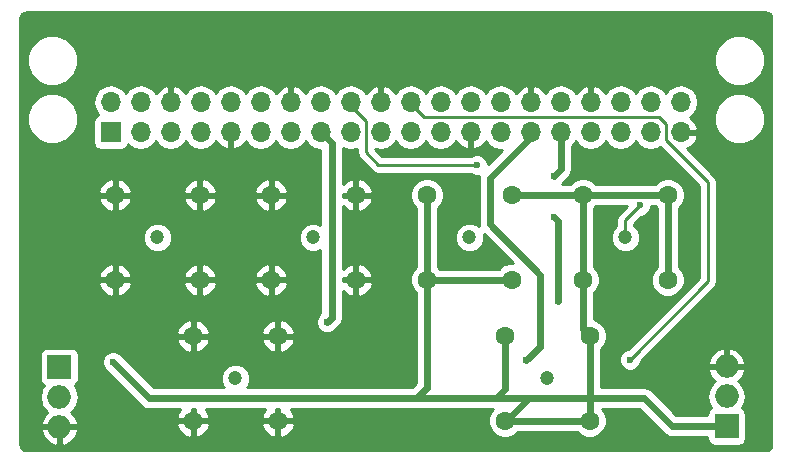
<source format=gbr>
G04 #@! TF.FileFunction,Copper,L2,Bot,Signal*
%FSLAX46Y46*%
G04 Gerber Fmt 4.6, Leading zero omitted, Abs format (unit mm)*
G04 Created by KiCad (PCBNEW 4.0.7) date Wednesday, 28. February 2018 'u13' 15:13:27*
%MOMM*%
%LPD*%
G01*
G04 APERTURE LIST*
%ADD10C,0.100000*%
%ADD11C,1.200000*%
%ADD12C,1.600000*%
%ADD13R,1.700000X1.700000*%
%ADD14O,1.700000X1.700000*%
%ADD15O,1.998980X1.998980*%
%ADD16R,1.998980X1.998980*%
%ADD17C,0.600000*%
%ADD18C,0.610000*%
%ADD19C,0.250000*%
%ADD20C,0.254000*%
G04 APERTURE END LIST*
D10*
D11*
X141732000Y-82804000D03*
D12*
X138139898Y-79211898D03*
X145324102Y-79211898D03*
X138139898Y-86396102D03*
X145324102Y-86396102D03*
D13*
X111360000Y-73893680D03*
D14*
X111360000Y-71353680D03*
X113900000Y-73893680D03*
X113900000Y-71353680D03*
X116440000Y-73893680D03*
X116440000Y-71353680D03*
X118980000Y-73893680D03*
X118980000Y-71353680D03*
X121520000Y-73893680D03*
X121520000Y-71353680D03*
X124060000Y-73893680D03*
X124060000Y-71353680D03*
X126600000Y-73893680D03*
X126600000Y-71353680D03*
X129140000Y-73893680D03*
X129140000Y-71353680D03*
X131680000Y-73893680D03*
X131680000Y-71353680D03*
X134220000Y-73893680D03*
X134220000Y-71353680D03*
X136760000Y-73893680D03*
X136760000Y-71353680D03*
X139300000Y-73893680D03*
X139300000Y-71353680D03*
X141840000Y-73893680D03*
X141840000Y-71353680D03*
X144380000Y-73893680D03*
X144380000Y-71353680D03*
X146920000Y-73893680D03*
X146920000Y-71353680D03*
X149460000Y-73893680D03*
X149460000Y-71353680D03*
X152000000Y-73893680D03*
X152000000Y-71353680D03*
X154540000Y-73893680D03*
X154540000Y-71353680D03*
X157080000Y-73893680D03*
X157080000Y-71353680D03*
X159620000Y-73893680D03*
X159620000Y-71353680D03*
D11*
X115316000Y-82804000D03*
D12*
X111723898Y-79211898D03*
X118908102Y-79211898D03*
X111723898Y-86396102D03*
X118908102Y-86396102D03*
D11*
X128524000Y-82804000D03*
D12*
X124931898Y-79211898D03*
X132116102Y-79211898D03*
X124931898Y-86396102D03*
X132116102Y-86396102D03*
D11*
X121920000Y-94742000D03*
D12*
X118327898Y-91149898D03*
X125512102Y-91149898D03*
X118327898Y-98334102D03*
X125512102Y-98334102D03*
D11*
X154940000Y-82804000D03*
D12*
X151347898Y-79211898D03*
X158532102Y-79211898D03*
X151347898Y-86396102D03*
X158532102Y-86396102D03*
D11*
X148336000Y-94742000D03*
D12*
X144743898Y-91149898D03*
X151928102Y-91149898D03*
X144743898Y-98334102D03*
X151928102Y-98334102D03*
D15*
X163500000Y-93720000D03*
D16*
X163500000Y-98800000D03*
D15*
X163500000Y-96260000D03*
X107010000Y-98850000D03*
D16*
X107010000Y-93770000D03*
D15*
X107010000Y-96310000D03*
D17*
X111560000Y-93350000D03*
X129670000Y-89990000D03*
X156160000Y-80100000D03*
X142380000Y-76670000D03*
X155320000Y-93150000D03*
X146550000Y-93210000D03*
X149200000Y-88180000D03*
X148860000Y-81050000D03*
X148860000Y-77620000D03*
D18*
X163500000Y-98800000D02*
X158870000Y-98800000D01*
X158870000Y-98800000D02*
X156490000Y-96420000D01*
X151347898Y-86396102D02*
X151347898Y-90569694D01*
X151347898Y-90569694D02*
X151928102Y-91149898D01*
X151928102Y-98334102D02*
X151928102Y-91149898D01*
X144743898Y-98334102D02*
X151928102Y-98334102D01*
X138139898Y-86396102D02*
X138139898Y-95520102D01*
X138139898Y-95520102D02*
X137240000Y-96420000D01*
X138139898Y-86396102D02*
X145324102Y-86396102D01*
X138139898Y-79211898D02*
X138139898Y-86396102D01*
X151347898Y-79211898D02*
X145324102Y-79211898D01*
X151347898Y-79211898D02*
X151347898Y-86396102D01*
X158532102Y-79211898D02*
X158532102Y-86396102D01*
X151347898Y-79211898D02*
X158532102Y-79211898D01*
X144743898Y-91149898D02*
X144743898Y-95626102D01*
X144743898Y-95626102D02*
X143950000Y-96420000D01*
X144743898Y-98334102D02*
X144825898Y-98334102D01*
X144825898Y-98334102D02*
X146740000Y-96420000D01*
X111560000Y-93350000D02*
X114630000Y-96420000D01*
X114630000Y-96420000D02*
X137240000Y-96420000D01*
X137240000Y-96420000D02*
X143950000Y-96420000D01*
X143950000Y-96420000D02*
X146740000Y-96420000D01*
X146740000Y-96420000D02*
X156490000Y-96420000D01*
X130060000Y-74813680D02*
X129140000Y-73893680D01*
X130060000Y-89600000D02*
X130060000Y-74813680D01*
X129670000Y-89990000D02*
X130060000Y-89600000D01*
D19*
X129140000Y-71353680D02*
X129140000Y-71480000D01*
D18*
X129140000Y-71353680D02*
X129266320Y-71353680D01*
D19*
X131680000Y-71353680D02*
X131680000Y-71670000D01*
X131680000Y-71670000D02*
X132970000Y-72960000D01*
X154940000Y-81320000D02*
X154940000Y-82804000D01*
X156160000Y-80100000D02*
X154940000Y-81320000D01*
X134030000Y-76670000D02*
X142380000Y-76670000D01*
X132970000Y-75610000D02*
X134030000Y-76670000D01*
X132970000Y-72960000D02*
X132970000Y-75610000D01*
D18*
X154940000Y-82804000D02*
X154940000Y-82610000D01*
D19*
X161940000Y-78120000D02*
X161940000Y-86530000D01*
X137910000Y-72620000D02*
X157780000Y-72620000D01*
X157780000Y-72620000D02*
X158340000Y-73180000D01*
X158340000Y-73180000D02*
X158340000Y-74520000D01*
X158340000Y-74520000D02*
X161940000Y-78120000D01*
X136760000Y-71470000D02*
X137910000Y-72620000D01*
X161940000Y-86530000D02*
X155320000Y-93150000D01*
X136760000Y-71353680D02*
X136760000Y-71470000D01*
D18*
X146920000Y-73893680D02*
X146920000Y-74280000D01*
X146920000Y-74280000D02*
X143440000Y-77760000D01*
X143440000Y-77760000D02*
X143440000Y-81690000D01*
X143440000Y-81690000D02*
X147710000Y-85960000D01*
X147710000Y-85960000D02*
X147710000Y-92050000D01*
X147710000Y-92050000D02*
X146550000Y-93210000D01*
X149460000Y-73893680D02*
X149460000Y-77020000D01*
X149200000Y-81390000D02*
X149200000Y-88180000D01*
X148860000Y-81050000D02*
X149200000Y-81390000D01*
X149460000Y-77020000D02*
X148860000Y-77620000D01*
D20*
G36*
X167010713Y-63767867D02*
X167155434Y-63864566D01*
X167252133Y-64009287D01*
X167299981Y-64249834D01*
X167290025Y-100308403D01*
X167241794Y-100550878D01*
X167145095Y-100695599D01*
X167000374Y-100792298D01*
X166760559Y-100840000D01*
X104239931Y-100840000D01*
X103999287Y-100792133D01*
X103854566Y-100695434D01*
X103757867Y-100550713D01*
X103710000Y-100310069D01*
X103710000Y-99230355D01*
X105420373Y-99230355D01*
X105686932Y-99809726D01*
X106154916Y-100242987D01*
X106629646Y-100439619D01*
X106883000Y-100320265D01*
X106883000Y-98977000D01*
X107137000Y-98977000D01*
X107137000Y-100320265D01*
X107390354Y-100439619D01*
X107865084Y-100242987D01*
X108333068Y-99809726D01*
X108599627Y-99230355D01*
X108480807Y-98977000D01*
X107137000Y-98977000D01*
X106883000Y-98977000D01*
X105539193Y-98977000D01*
X105420373Y-99230355D01*
X103710000Y-99230355D01*
X103710000Y-92770510D01*
X105363070Y-92770510D01*
X105363070Y-94769490D01*
X105407348Y-95004807D01*
X105546420Y-95220931D01*
X105712473Y-95334390D01*
X105499928Y-95652486D01*
X105375510Y-96277978D01*
X105375510Y-96342022D01*
X105499928Y-96967514D01*
X105854241Y-97497781D01*
X106003300Y-97597379D01*
X105686932Y-97890274D01*
X105420373Y-98469645D01*
X105539193Y-98723000D01*
X106883000Y-98723000D01*
X106883000Y-98703000D01*
X107137000Y-98703000D01*
X107137000Y-98723000D01*
X108480807Y-98723000D01*
X108497429Y-98687556D01*
X116908120Y-98687556D01*
X117151455Y-99203976D01*
X117573893Y-99587966D01*
X117974444Y-99753880D01*
X118200898Y-99632268D01*
X118200898Y-98461102D01*
X118454898Y-98461102D01*
X118454898Y-99632268D01*
X118681352Y-99753880D01*
X119197772Y-99510545D01*
X119581762Y-99088107D01*
X119747676Y-98687556D01*
X124092324Y-98687556D01*
X124335659Y-99203976D01*
X124758097Y-99587966D01*
X125158648Y-99753880D01*
X125385102Y-99632268D01*
X125385102Y-98461102D01*
X125639102Y-98461102D01*
X125639102Y-99632268D01*
X125865556Y-99753880D01*
X126381976Y-99510545D01*
X126765966Y-99088107D01*
X126931880Y-98687556D01*
X126810268Y-98461102D01*
X125639102Y-98461102D01*
X125385102Y-98461102D01*
X124213936Y-98461102D01*
X124092324Y-98687556D01*
X119747676Y-98687556D01*
X119626064Y-98461102D01*
X118454898Y-98461102D01*
X118200898Y-98461102D01*
X117029732Y-98461102D01*
X116908120Y-98687556D01*
X108497429Y-98687556D01*
X108599627Y-98469645D01*
X108333068Y-97890274D01*
X108016700Y-97597379D01*
X108165759Y-97497781D01*
X108520072Y-96967514D01*
X108644490Y-96342022D01*
X108644490Y-96277978D01*
X108520072Y-95652486D01*
X108306547Y-95332923D01*
X108460931Y-95233580D01*
X108605921Y-95021380D01*
X108656930Y-94769490D01*
X108656930Y-92770510D01*
X108612652Y-92535193D01*
X108473580Y-92319069D01*
X108261380Y-92174079D01*
X108009490Y-92123070D01*
X106010510Y-92123070D01*
X105775193Y-92167348D01*
X105559069Y-92306420D01*
X105414079Y-92518620D01*
X105363070Y-92770510D01*
X103710000Y-92770510D01*
X103710000Y-91503352D01*
X116908120Y-91503352D01*
X117151455Y-92019772D01*
X117573893Y-92403762D01*
X117974444Y-92569676D01*
X118200898Y-92448064D01*
X118200898Y-91276898D01*
X118454898Y-91276898D01*
X118454898Y-92448064D01*
X118681352Y-92569676D01*
X119197772Y-92326341D01*
X119581762Y-91903903D01*
X119747676Y-91503352D01*
X124092324Y-91503352D01*
X124335659Y-92019772D01*
X124758097Y-92403762D01*
X125158648Y-92569676D01*
X125385102Y-92448064D01*
X125385102Y-91276898D01*
X125639102Y-91276898D01*
X125639102Y-92448064D01*
X125865556Y-92569676D01*
X126381976Y-92326341D01*
X126765966Y-91903903D01*
X126931880Y-91503352D01*
X126810268Y-91276898D01*
X125639102Y-91276898D01*
X125385102Y-91276898D01*
X124213936Y-91276898D01*
X124092324Y-91503352D01*
X119747676Y-91503352D01*
X119626064Y-91276898D01*
X118454898Y-91276898D01*
X118200898Y-91276898D01*
X117029732Y-91276898D01*
X116908120Y-91503352D01*
X103710000Y-91503352D01*
X103710000Y-90796444D01*
X116908120Y-90796444D01*
X117029732Y-91022898D01*
X118200898Y-91022898D01*
X118200898Y-89851732D01*
X118454898Y-89851732D01*
X118454898Y-91022898D01*
X119626064Y-91022898D01*
X119747676Y-90796444D01*
X124092324Y-90796444D01*
X124213936Y-91022898D01*
X125385102Y-91022898D01*
X125385102Y-89851732D01*
X125639102Y-89851732D01*
X125639102Y-91022898D01*
X126810268Y-91022898D01*
X126931880Y-90796444D01*
X126688545Y-90280024D01*
X126266107Y-89896034D01*
X125865556Y-89730120D01*
X125639102Y-89851732D01*
X125385102Y-89851732D01*
X125158648Y-89730120D01*
X124642228Y-89973455D01*
X124258238Y-90395893D01*
X124092324Y-90796444D01*
X119747676Y-90796444D01*
X119504341Y-90280024D01*
X119081903Y-89896034D01*
X118681352Y-89730120D01*
X118454898Y-89851732D01*
X118200898Y-89851732D01*
X117974444Y-89730120D01*
X117458024Y-89973455D01*
X117074034Y-90395893D01*
X116908120Y-90796444D01*
X103710000Y-90796444D01*
X103710000Y-86749556D01*
X110304120Y-86749556D01*
X110547455Y-87265976D01*
X110969893Y-87649966D01*
X111370444Y-87815880D01*
X111596898Y-87694268D01*
X111596898Y-86523102D01*
X111850898Y-86523102D01*
X111850898Y-87694268D01*
X112077352Y-87815880D01*
X112593772Y-87572545D01*
X112977762Y-87150107D01*
X113143676Y-86749556D01*
X117488324Y-86749556D01*
X117731659Y-87265976D01*
X118154097Y-87649966D01*
X118554648Y-87815880D01*
X118781102Y-87694268D01*
X118781102Y-86523102D01*
X119035102Y-86523102D01*
X119035102Y-87694268D01*
X119261556Y-87815880D01*
X119777976Y-87572545D01*
X120161966Y-87150107D01*
X120327880Y-86749556D01*
X123512120Y-86749556D01*
X123755455Y-87265976D01*
X124177893Y-87649966D01*
X124578444Y-87815880D01*
X124804898Y-87694268D01*
X124804898Y-86523102D01*
X125058898Y-86523102D01*
X125058898Y-87694268D01*
X125285352Y-87815880D01*
X125801772Y-87572545D01*
X126185762Y-87150107D01*
X126351676Y-86749556D01*
X126230064Y-86523102D01*
X125058898Y-86523102D01*
X124804898Y-86523102D01*
X123633732Y-86523102D01*
X123512120Y-86749556D01*
X120327880Y-86749556D01*
X120206268Y-86523102D01*
X119035102Y-86523102D01*
X118781102Y-86523102D01*
X117609936Y-86523102D01*
X117488324Y-86749556D01*
X113143676Y-86749556D01*
X113022064Y-86523102D01*
X111850898Y-86523102D01*
X111596898Y-86523102D01*
X110425732Y-86523102D01*
X110304120Y-86749556D01*
X103710000Y-86749556D01*
X103710000Y-86042648D01*
X110304120Y-86042648D01*
X110425732Y-86269102D01*
X111596898Y-86269102D01*
X111596898Y-85097936D01*
X111850898Y-85097936D01*
X111850898Y-86269102D01*
X113022064Y-86269102D01*
X113143676Y-86042648D01*
X117488324Y-86042648D01*
X117609936Y-86269102D01*
X118781102Y-86269102D01*
X118781102Y-85097936D01*
X119035102Y-85097936D01*
X119035102Y-86269102D01*
X120206268Y-86269102D01*
X120327880Y-86042648D01*
X123512120Y-86042648D01*
X123633732Y-86269102D01*
X124804898Y-86269102D01*
X124804898Y-85097936D01*
X125058898Y-85097936D01*
X125058898Y-86269102D01*
X126230064Y-86269102D01*
X126351676Y-86042648D01*
X126108341Y-85526228D01*
X125685903Y-85142238D01*
X125285352Y-84976324D01*
X125058898Y-85097936D01*
X124804898Y-85097936D01*
X124578444Y-84976324D01*
X124062024Y-85219659D01*
X123678034Y-85642097D01*
X123512120Y-86042648D01*
X120327880Y-86042648D01*
X120084545Y-85526228D01*
X119662107Y-85142238D01*
X119261556Y-84976324D01*
X119035102Y-85097936D01*
X118781102Y-85097936D01*
X118554648Y-84976324D01*
X118038228Y-85219659D01*
X117654238Y-85642097D01*
X117488324Y-86042648D01*
X113143676Y-86042648D01*
X112900341Y-85526228D01*
X112477903Y-85142238D01*
X112077352Y-84976324D01*
X111850898Y-85097936D01*
X111596898Y-85097936D01*
X111370444Y-84976324D01*
X110854024Y-85219659D01*
X110470034Y-85642097D01*
X110304120Y-86042648D01*
X103710000Y-86042648D01*
X103710000Y-83048579D01*
X114080786Y-83048579D01*
X114268408Y-83502657D01*
X114615515Y-83850371D01*
X115069266Y-84038785D01*
X115560579Y-84039214D01*
X116014657Y-83851592D01*
X116362371Y-83504485D01*
X116550785Y-83050734D01*
X116551214Y-82559421D01*
X116363592Y-82105343D01*
X116016485Y-81757629D01*
X115562734Y-81569215D01*
X115071421Y-81568786D01*
X114617343Y-81756408D01*
X114269629Y-82103515D01*
X114081215Y-82557266D01*
X114080786Y-83048579D01*
X103710000Y-83048579D01*
X103710000Y-79565352D01*
X110304120Y-79565352D01*
X110547455Y-80081772D01*
X110969893Y-80465762D01*
X111370444Y-80631676D01*
X111596898Y-80510064D01*
X111596898Y-79338898D01*
X111850898Y-79338898D01*
X111850898Y-80510064D01*
X112077352Y-80631676D01*
X112593772Y-80388341D01*
X112977762Y-79965903D01*
X113143676Y-79565352D01*
X117488324Y-79565352D01*
X117731659Y-80081772D01*
X118154097Y-80465762D01*
X118554648Y-80631676D01*
X118781102Y-80510064D01*
X118781102Y-79338898D01*
X119035102Y-79338898D01*
X119035102Y-80510064D01*
X119261556Y-80631676D01*
X119777976Y-80388341D01*
X120161966Y-79965903D01*
X120327880Y-79565352D01*
X123512120Y-79565352D01*
X123755455Y-80081772D01*
X124177893Y-80465762D01*
X124578444Y-80631676D01*
X124804898Y-80510064D01*
X124804898Y-79338898D01*
X125058898Y-79338898D01*
X125058898Y-80510064D01*
X125285352Y-80631676D01*
X125801772Y-80388341D01*
X126185762Y-79965903D01*
X126351676Y-79565352D01*
X126230064Y-79338898D01*
X125058898Y-79338898D01*
X124804898Y-79338898D01*
X123633732Y-79338898D01*
X123512120Y-79565352D01*
X120327880Y-79565352D01*
X120206268Y-79338898D01*
X119035102Y-79338898D01*
X118781102Y-79338898D01*
X117609936Y-79338898D01*
X117488324Y-79565352D01*
X113143676Y-79565352D01*
X113022064Y-79338898D01*
X111850898Y-79338898D01*
X111596898Y-79338898D01*
X110425732Y-79338898D01*
X110304120Y-79565352D01*
X103710000Y-79565352D01*
X103710000Y-78858444D01*
X110304120Y-78858444D01*
X110425732Y-79084898D01*
X111596898Y-79084898D01*
X111596898Y-77913732D01*
X111850898Y-77913732D01*
X111850898Y-79084898D01*
X113022064Y-79084898D01*
X113143676Y-78858444D01*
X117488324Y-78858444D01*
X117609936Y-79084898D01*
X118781102Y-79084898D01*
X118781102Y-77913732D01*
X119035102Y-77913732D01*
X119035102Y-79084898D01*
X120206268Y-79084898D01*
X120327880Y-78858444D01*
X123512120Y-78858444D01*
X123633732Y-79084898D01*
X124804898Y-79084898D01*
X124804898Y-77913732D01*
X125058898Y-77913732D01*
X125058898Y-79084898D01*
X126230064Y-79084898D01*
X126351676Y-78858444D01*
X126108341Y-78342024D01*
X125685903Y-77958034D01*
X125285352Y-77792120D01*
X125058898Y-77913732D01*
X124804898Y-77913732D01*
X124578444Y-77792120D01*
X124062024Y-78035455D01*
X123678034Y-78457893D01*
X123512120Y-78858444D01*
X120327880Y-78858444D01*
X120084545Y-78342024D01*
X119662107Y-77958034D01*
X119261556Y-77792120D01*
X119035102Y-77913732D01*
X118781102Y-77913732D01*
X118554648Y-77792120D01*
X118038228Y-78035455D01*
X117654238Y-78457893D01*
X117488324Y-78858444D01*
X113143676Y-78858444D01*
X112900341Y-78342024D01*
X112477903Y-77958034D01*
X112077352Y-77792120D01*
X111850898Y-77913732D01*
X111596898Y-77913732D01*
X111370444Y-77792120D01*
X110854024Y-78035455D01*
X110470034Y-78457893D01*
X110304120Y-78858444D01*
X103710000Y-78858444D01*
X103710000Y-73161815D01*
X104290630Y-73161815D01*
X104614980Y-73946800D01*
X105215041Y-74547909D01*
X105999459Y-74873628D01*
X106848815Y-74874370D01*
X107633800Y-74550020D01*
X108234909Y-73949959D01*
X108560628Y-73165541D01*
X108560734Y-73043680D01*
X109862560Y-73043680D01*
X109862560Y-74743680D01*
X109906838Y-74978997D01*
X110045910Y-75195121D01*
X110258110Y-75340111D01*
X110510000Y-75391120D01*
X112210000Y-75391120D01*
X112445317Y-75346842D01*
X112661441Y-75207770D01*
X112806431Y-74995570D01*
X112820086Y-74928139D01*
X112849946Y-74972827D01*
X113331715Y-75294734D01*
X113900000Y-75407773D01*
X114468285Y-75294734D01*
X114950054Y-74972827D01*
X115170000Y-74643654D01*
X115389946Y-74972827D01*
X115871715Y-75294734D01*
X116440000Y-75407773D01*
X117008285Y-75294734D01*
X117490054Y-74972827D01*
X117710000Y-74643654D01*
X117929946Y-74972827D01*
X118411715Y-75294734D01*
X118980000Y-75407773D01*
X119548285Y-75294734D01*
X120030054Y-74972827D01*
X120257702Y-74632127D01*
X120324817Y-74775038D01*
X120753076Y-75165325D01*
X121163110Y-75335156D01*
X121393000Y-75213835D01*
X121393000Y-74020680D01*
X121373000Y-74020680D01*
X121373000Y-73766680D01*
X121393000Y-73766680D01*
X121393000Y-73746680D01*
X121647000Y-73746680D01*
X121647000Y-73766680D01*
X121667000Y-73766680D01*
X121667000Y-74020680D01*
X121647000Y-74020680D01*
X121647000Y-75213835D01*
X121876890Y-75335156D01*
X122286924Y-75165325D01*
X122715183Y-74775038D01*
X122782298Y-74632127D01*
X123009946Y-74972827D01*
X123491715Y-75294734D01*
X124060000Y-75407773D01*
X124628285Y-75294734D01*
X125110054Y-74972827D01*
X125330000Y-74643654D01*
X125549946Y-74972827D01*
X126031715Y-75294734D01*
X126600000Y-75407773D01*
X127168285Y-75294734D01*
X127650054Y-74972827D01*
X127870000Y-74643654D01*
X128089946Y-74972827D01*
X128571715Y-75294734D01*
X129120000Y-75403795D01*
X129120000Y-81714243D01*
X128770734Y-81569215D01*
X128279421Y-81568786D01*
X127825343Y-81756408D01*
X127477629Y-82103515D01*
X127289215Y-82557266D01*
X127288786Y-83048579D01*
X127476408Y-83502657D01*
X127823515Y-83850371D01*
X128277266Y-84038785D01*
X128768579Y-84039214D01*
X129120000Y-83894009D01*
X129120000Y-89210640D01*
X129005320Y-89325320D01*
X128991146Y-89346532D01*
X128877808Y-89459673D01*
X128815854Y-89608874D01*
X128801553Y-89630277D01*
X128796575Y-89655302D01*
X128735162Y-89803201D01*
X128735021Y-89964761D01*
X128730001Y-89990000D01*
X128734977Y-90015019D01*
X128734838Y-90175167D01*
X128796531Y-90324476D01*
X128801553Y-90349723D01*
X128815729Y-90370939D01*
X128876883Y-90518943D01*
X128991021Y-90633281D01*
X129005320Y-90654680D01*
X129026532Y-90668854D01*
X129139673Y-90782192D01*
X129288874Y-90844146D01*
X129310277Y-90858447D01*
X129335302Y-90863425D01*
X129483201Y-90924838D01*
X129644761Y-90924979D01*
X129670000Y-90929999D01*
X129695019Y-90925023D01*
X129855167Y-90925162D01*
X130004476Y-90863469D01*
X130029723Y-90858447D01*
X130050939Y-90844271D01*
X130198943Y-90783117D01*
X130313281Y-90668979D01*
X130334680Y-90654680D01*
X130724680Y-90264681D01*
X130928446Y-89959723D01*
X130928447Y-89959722D01*
X131000000Y-89600000D01*
X131000000Y-87320825D01*
X131362097Y-87649966D01*
X131762648Y-87815880D01*
X131989102Y-87694268D01*
X131989102Y-86523102D01*
X132243102Y-86523102D01*
X132243102Y-87694268D01*
X132469556Y-87815880D01*
X132985976Y-87572545D01*
X133369966Y-87150107D01*
X133535880Y-86749556D01*
X133414268Y-86523102D01*
X132243102Y-86523102D01*
X131989102Y-86523102D01*
X131000000Y-86523102D01*
X131000000Y-86269102D01*
X131989102Y-86269102D01*
X131989102Y-85097936D01*
X132243102Y-85097936D01*
X132243102Y-86269102D01*
X133414268Y-86269102D01*
X133535880Y-86042648D01*
X133292545Y-85526228D01*
X132870107Y-85142238D01*
X132469556Y-84976324D01*
X132243102Y-85097936D01*
X131989102Y-85097936D01*
X131762648Y-84976324D01*
X131246228Y-85219659D01*
X131000000Y-85490541D01*
X131000000Y-80136621D01*
X131362097Y-80465762D01*
X131762648Y-80631676D01*
X131989102Y-80510064D01*
X131989102Y-79338898D01*
X132243102Y-79338898D01*
X132243102Y-80510064D01*
X132469556Y-80631676D01*
X132985976Y-80388341D01*
X133369966Y-79965903D01*
X133535880Y-79565352D01*
X133414268Y-79338898D01*
X132243102Y-79338898D01*
X131989102Y-79338898D01*
X131000000Y-79338898D01*
X131000000Y-79084898D01*
X131989102Y-79084898D01*
X131989102Y-77913732D01*
X132243102Y-77913732D01*
X132243102Y-79084898D01*
X133414268Y-79084898D01*
X133535880Y-78858444D01*
X133292545Y-78342024D01*
X132870107Y-77958034D01*
X132469556Y-77792120D01*
X132243102Y-77913732D01*
X131989102Y-77913732D01*
X131762648Y-77792120D01*
X131246228Y-78035455D01*
X131000000Y-78306337D01*
X131000000Y-75220089D01*
X131111715Y-75294734D01*
X131680000Y-75407773D01*
X132210000Y-75302349D01*
X132210000Y-75610000D01*
X132267852Y-75900839D01*
X132432599Y-76147401D01*
X133492599Y-77207401D01*
X133739160Y-77372148D01*
X134030000Y-77430000D01*
X141817537Y-77430000D01*
X141849673Y-77462192D01*
X142193201Y-77604838D01*
X142530805Y-77605132D01*
X142500000Y-77760000D01*
X142500000Y-81690000D01*
X142530273Y-81842192D01*
X142533601Y-81858922D01*
X142432485Y-81757629D01*
X141978734Y-81569215D01*
X141487421Y-81568786D01*
X141033343Y-81756408D01*
X140685629Y-82103515D01*
X140497215Y-82557266D01*
X140496786Y-83048579D01*
X140684408Y-83502657D01*
X141031515Y-83850371D01*
X141485266Y-84038785D01*
X141976579Y-84039214D01*
X142430657Y-83851592D01*
X142778371Y-83504485D01*
X142966785Y-83050734D01*
X142967214Y-82559421D01*
X142958168Y-82537528D01*
X145381792Y-84961152D01*
X145039915Y-84960854D01*
X144512302Y-85178859D01*
X144234575Y-85456102D01*
X139229164Y-85456102D01*
X139079898Y-85306575D01*
X139079898Y-80301164D01*
X139355722Y-80025821D01*
X139574648Y-79498589D01*
X139575146Y-78927711D01*
X139357141Y-78400098D01*
X138953821Y-77996074D01*
X138426589Y-77777148D01*
X137855711Y-77776650D01*
X137328098Y-77994655D01*
X136924074Y-78397975D01*
X136705148Y-78925207D01*
X136704650Y-79496085D01*
X136922655Y-80023698D01*
X137199898Y-80301425D01*
X137199898Y-85306836D01*
X136924074Y-85582179D01*
X136705148Y-86109411D01*
X136704650Y-86680289D01*
X136922655Y-87207902D01*
X137199898Y-87485629D01*
X137199898Y-95130742D01*
X136850640Y-95480000D01*
X122928790Y-95480000D01*
X122966371Y-95442485D01*
X123154785Y-94988734D01*
X123155214Y-94497421D01*
X122967592Y-94043343D01*
X122620485Y-93695629D01*
X122166734Y-93507215D01*
X121675421Y-93506786D01*
X121221343Y-93694408D01*
X120873629Y-94041515D01*
X120685215Y-94495266D01*
X120684786Y-94986579D01*
X120872408Y-95440657D01*
X120911682Y-95480000D01*
X115019361Y-95480000D01*
X112224680Y-92685320D01*
X112203468Y-92671146D01*
X112090327Y-92557808D01*
X111941126Y-92495854D01*
X111919723Y-92481553D01*
X111894698Y-92476575D01*
X111746799Y-92415162D01*
X111585239Y-92415021D01*
X111560000Y-92410001D01*
X111534981Y-92414977D01*
X111374833Y-92414838D01*
X111225524Y-92476531D01*
X111200277Y-92481553D01*
X111179061Y-92495729D01*
X111031057Y-92556883D01*
X110916719Y-92671021D01*
X110895320Y-92685320D01*
X110881146Y-92706532D01*
X110767808Y-92819673D01*
X110705854Y-92968874D01*
X110691553Y-92990277D01*
X110686575Y-93015302D01*
X110625162Y-93163201D01*
X110625021Y-93324761D01*
X110620001Y-93350000D01*
X110624977Y-93375019D01*
X110624838Y-93535167D01*
X110686531Y-93684476D01*
X110691553Y-93709723D01*
X110705729Y-93730939D01*
X110766883Y-93878943D01*
X110881021Y-93993281D01*
X110895320Y-94014680D01*
X113965320Y-97084681D01*
X114270277Y-97288447D01*
X114630000Y-97360000D01*
X117236364Y-97360000D01*
X117205276Y-97391088D01*
X117226525Y-97412337D01*
X117074034Y-97580097D01*
X116908120Y-97980648D01*
X117029732Y-98207102D01*
X118021290Y-98207102D01*
X118134149Y-98319961D01*
X118313757Y-98140353D01*
X118200898Y-98027494D01*
X118200898Y-97360000D01*
X118454898Y-97360000D01*
X118454898Y-98027494D01*
X118342039Y-98140353D01*
X118521647Y-98319961D01*
X118634506Y-98207102D01*
X119626064Y-98207102D01*
X119747676Y-97980648D01*
X119504341Y-97464228D01*
X119437834Y-97403774D01*
X119450520Y-97391088D01*
X119419432Y-97360000D01*
X124420568Y-97360000D01*
X124389480Y-97391088D01*
X124410729Y-97412337D01*
X124258238Y-97580097D01*
X124092324Y-97980648D01*
X124213936Y-98207102D01*
X125205494Y-98207102D01*
X125318353Y-98319961D01*
X125497961Y-98140353D01*
X125385102Y-98027494D01*
X125385102Y-97360000D01*
X125639102Y-97360000D01*
X125639102Y-98027494D01*
X125526243Y-98140353D01*
X125705851Y-98319961D01*
X125818710Y-98207102D01*
X126810268Y-98207102D01*
X126931880Y-97980648D01*
X126688545Y-97464228D01*
X126622038Y-97403774D01*
X126634724Y-97391088D01*
X126603636Y-97360000D01*
X143688533Y-97360000D01*
X143528074Y-97520179D01*
X143309148Y-98047411D01*
X143308650Y-98618289D01*
X143526655Y-99145902D01*
X143929975Y-99549926D01*
X144457207Y-99768852D01*
X145028085Y-99769350D01*
X145555698Y-99551345D01*
X145833425Y-99274102D01*
X150838836Y-99274102D01*
X151114179Y-99549926D01*
X151641411Y-99768852D01*
X152212289Y-99769350D01*
X152739902Y-99551345D01*
X153143926Y-99148025D01*
X153362852Y-98620793D01*
X153363350Y-98049915D01*
X153145345Y-97522302D01*
X152983326Y-97360000D01*
X156100640Y-97360000D01*
X158205319Y-99464680D01*
X158332899Y-99549926D01*
X158510278Y-99668447D01*
X158870000Y-99740000D01*
X161853070Y-99740000D01*
X161853070Y-99799490D01*
X161897348Y-100034807D01*
X162036420Y-100250931D01*
X162248620Y-100395921D01*
X162500510Y-100446930D01*
X164499490Y-100446930D01*
X164734807Y-100402652D01*
X164950931Y-100263580D01*
X165095921Y-100051380D01*
X165146930Y-99799490D01*
X165146930Y-97800510D01*
X165102652Y-97565193D01*
X164963580Y-97349069D01*
X164797527Y-97235610D01*
X165010072Y-96917514D01*
X165134490Y-96292022D01*
X165134490Y-96227978D01*
X165010072Y-95602486D01*
X164655759Y-95072219D01*
X164506700Y-94972621D01*
X164823068Y-94679726D01*
X165089627Y-94100355D01*
X164970807Y-93847000D01*
X163627000Y-93847000D01*
X163627000Y-93867000D01*
X163373000Y-93867000D01*
X163373000Y-93847000D01*
X162029193Y-93847000D01*
X161910373Y-94100355D01*
X162176932Y-94679726D01*
X162493300Y-94972621D01*
X162344241Y-95072219D01*
X161989928Y-95602486D01*
X161865510Y-96227978D01*
X161865510Y-96292022D01*
X161989928Y-96917514D01*
X162203453Y-97237077D01*
X162049069Y-97336420D01*
X161904079Y-97548620D01*
X161853070Y-97800510D01*
X161853070Y-97860000D01*
X159259361Y-97860000D01*
X157154680Y-95755320D01*
X156849723Y-95551553D01*
X156790041Y-95539682D01*
X156490000Y-95480000D01*
X152868102Y-95480000D01*
X152868102Y-92239164D01*
X153143926Y-91963821D01*
X153362852Y-91436589D01*
X153363350Y-90865711D01*
X153145345Y-90338098D01*
X152742025Y-89934074D01*
X152287898Y-89745504D01*
X152287898Y-87485368D01*
X152563722Y-87210025D01*
X152782648Y-86682793D01*
X152783146Y-86111915D01*
X152565141Y-85584302D01*
X152287898Y-85306575D01*
X152287898Y-80301164D01*
X152437425Y-80151898D01*
X155033300Y-80151898D01*
X154402599Y-80782599D01*
X154237852Y-81029161D01*
X154180000Y-81320000D01*
X154180000Y-81817644D01*
X153893629Y-82103515D01*
X153705215Y-82557266D01*
X153704786Y-83048579D01*
X153892408Y-83502657D01*
X154239515Y-83850371D01*
X154693266Y-84038785D01*
X155184579Y-84039214D01*
X155638657Y-83851592D01*
X155986371Y-83504485D01*
X156174785Y-83050734D01*
X156175214Y-82559421D01*
X155987592Y-82105343D01*
X155700000Y-81817248D01*
X155700000Y-81634802D01*
X156299680Y-81035122D01*
X156345167Y-81035162D01*
X156688943Y-80893117D01*
X156952192Y-80630327D01*
X157094838Y-80286799D01*
X157094956Y-80151898D01*
X157442836Y-80151898D01*
X157592102Y-80301425D01*
X157592102Y-85306836D01*
X157316278Y-85582179D01*
X157097352Y-86109411D01*
X157096854Y-86680289D01*
X157314859Y-87207902D01*
X157718179Y-87611926D01*
X158245411Y-87830852D01*
X158816289Y-87831350D01*
X159343902Y-87613345D01*
X159747926Y-87210025D01*
X159966852Y-86682793D01*
X159967350Y-86111915D01*
X159749345Y-85584302D01*
X159472102Y-85306575D01*
X159472102Y-80301164D01*
X159747926Y-80025821D01*
X159966852Y-79498589D01*
X159967350Y-78927711D01*
X159749345Y-78400098D01*
X159346025Y-77996074D01*
X158818793Y-77777148D01*
X158247915Y-77776650D01*
X157720302Y-77994655D01*
X157442575Y-78271898D01*
X152437164Y-78271898D01*
X152161821Y-77996074D01*
X151634589Y-77777148D01*
X151063711Y-77776650D01*
X150536098Y-77994655D01*
X150258371Y-78271898D01*
X149537462Y-78271898D01*
X150124680Y-77684680D01*
X150328447Y-77379723D01*
X150352206Y-77260277D01*
X150400000Y-77020000D01*
X150400000Y-75046363D01*
X150510054Y-74972827D01*
X150730000Y-74643654D01*
X150949946Y-74972827D01*
X151431715Y-75294734D01*
X152000000Y-75407773D01*
X152568285Y-75294734D01*
X153050054Y-74972827D01*
X153270000Y-74643654D01*
X153489946Y-74972827D01*
X153971715Y-75294734D01*
X154540000Y-75407773D01*
X155108285Y-75294734D01*
X155590054Y-74972827D01*
X155810000Y-74643654D01*
X156029946Y-74972827D01*
X156511715Y-75294734D01*
X157080000Y-75407773D01*
X157648285Y-75294734D01*
X157883060Y-75137862D01*
X161180000Y-78434802D01*
X161180000Y-86215198D01*
X155180320Y-92214878D01*
X155134833Y-92214838D01*
X154791057Y-92356883D01*
X154527808Y-92619673D01*
X154385162Y-92963201D01*
X154384838Y-93335167D01*
X154526883Y-93678943D01*
X154789673Y-93942192D01*
X155133201Y-94084838D01*
X155505167Y-94085162D01*
X155848943Y-93943117D01*
X156112192Y-93680327D01*
X156253656Y-93339645D01*
X161910373Y-93339645D01*
X162029193Y-93593000D01*
X163373000Y-93593000D01*
X163373000Y-92249735D01*
X163627000Y-92249735D01*
X163627000Y-93593000D01*
X164970807Y-93593000D01*
X165089627Y-93339645D01*
X164823068Y-92760274D01*
X164355084Y-92327013D01*
X163880354Y-92130381D01*
X163627000Y-92249735D01*
X163373000Y-92249735D01*
X163119646Y-92130381D01*
X162644916Y-92327013D01*
X162176932Y-92760274D01*
X161910373Y-93339645D01*
X156253656Y-93339645D01*
X156254838Y-93336799D01*
X156254879Y-93289923D01*
X162477401Y-87067401D01*
X162642148Y-86820839D01*
X162700000Y-86530000D01*
X162700000Y-78120000D01*
X162642148Y-77829161D01*
X162477401Y-77582599D01*
X160155839Y-75261037D01*
X160386924Y-75165325D01*
X160815183Y-74775038D01*
X161061486Y-74250572D01*
X160940819Y-74020680D01*
X159747000Y-74020680D01*
X159747000Y-74040680D01*
X159493000Y-74040680D01*
X159493000Y-74020680D01*
X159473000Y-74020680D01*
X159473000Y-73766680D01*
X159493000Y-73766680D01*
X159493000Y-73746680D01*
X159747000Y-73746680D01*
X159747000Y-73766680D01*
X160940819Y-73766680D01*
X161061486Y-73536788D01*
X160885389Y-73161815D01*
X162456630Y-73161815D01*
X162780980Y-73946800D01*
X163381041Y-74547909D01*
X164165459Y-74873628D01*
X165014815Y-74874370D01*
X165799800Y-74550020D01*
X166400909Y-73949959D01*
X166726628Y-73165541D01*
X166727370Y-72316185D01*
X166403020Y-71531200D01*
X165802959Y-70930091D01*
X165018541Y-70604372D01*
X164169185Y-70603630D01*
X163384200Y-70927980D01*
X162783091Y-71528041D01*
X162457372Y-72312459D01*
X162456630Y-73161815D01*
X160885389Y-73161815D01*
X160815183Y-73012322D01*
X160386924Y-72622035D01*
X160386899Y-72622025D01*
X160670054Y-72432827D01*
X160991961Y-71951058D01*
X161105000Y-71382773D01*
X161105000Y-71324587D01*
X160991961Y-70756302D01*
X160670054Y-70274533D01*
X160188285Y-69952626D01*
X159620000Y-69839587D01*
X159051715Y-69952626D01*
X158569946Y-70274533D01*
X158350000Y-70603706D01*
X158130054Y-70274533D01*
X157648285Y-69952626D01*
X157080000Y-69839587D01*
X156511715Y-69952626D01*
X156029946Y-70274533D01*
X155810000Y-70603706D01*
X155590054Y-70274533D01*
X155108285Y-69952626D01*
X154540000Y-69839587D01*
X153971715Y-69952626D01*
X153489946Y-70274533D01*
X153262298Y-70615233D01*
X153195183Y-70472322D01*
X152766924Y-70082035D01*
X152356890Y-69912204D01*
X152127000Y-70033525D01*
X152127000Y-71226680D01*
X152147000Y-71226680D01*
X152147000Y-71480680D01*
X152127000Y-71480680D01*
X152127000Y-71500680D01*
X151873000Y-71500680D01*
X151873000Y-71480680D01*
X151853000Y-71480680D01*
X151853000Y-71226680D01*
X151873000Y-71226680D01*
X151873000Y-70033525D01*
X151643110Y-69912204D01*
X151233076Y-70082035D01*
X150804817Y-70472322D01*
X150737702Y-70615233D01*
X150510054Y-70274533D01*
X150028285Y-69952626D01*
X149460000Y-69839587D01*
X148891715Y-69952626D01*
X148409946Y-70274533D01*
X148182298Y-70615233D01*
X148115183Y-70472322D01*
X147686924Y-70082035D01*
X147276890Y-69912204D01*
X147047000Y-70033525D01*
X147047000Y-71226680D01*
X147067000Y-71226680D01*
X147067000Y-71480680D01*
X147047000Y-71480680D01*
X147047000Y-71500680D01*
X146793000Y-71500680D01*
X146793000Y-71480680D01*
X146773000Y-71480680D01*
X146773000Y-71226680D01*
X146793000Y-71226680D01*
X146793000Y-70033525D01*
X146563110Y-69912204D01*
X146153076Y-70082035D01*
X145724817Y-70472322D01*
X145657702Y-70615233D01*
X145430054Y-70274533D01*
X144948285Y-69952626D01*
X144380000Y-69839587D01*
X143811715Y-69952626D01*
X143329946Y-70274533D01*
X143110000Y-70603706D01*
X142890054Y-70274533D01*
X142408285Y-69952626D01*
X141840000Y-69839587D01*
X141271715Y-69952626D01*
X140789946Y-70274533D01*
X140570000Y-70603706D01*
X140350054Y-70274533D01*
X139868285Y-69952626D01*
X139300000Y-69839587D01*
X138731715Y-69952626D01*
X138249946Y-70274533D01*
X138030000Y-70603706D01*
X137810054Y-70274533D01*
X137328285Y-69952626D01*
X136760000Y-69839587D01*
X136191715Y-69952626D01*
X135709946Y-70274533D01*
X135482298Y-70615233D01*
X135415183Y-70472322D01*
X134986924Y-70082035D01*
X134576890Y-69912204D01*
X134347000Y-70033525D01*
X134347000Y-71226680D01*
X134367000Y-71226680D01*
X134367000Y-71480680D01*
X134347000Y-71480680D01*
X134347000Y-71500680D01*
X134093000Y-71500680D01*
X134093000Y-71480680D01*
X134073000Y-71480680D01*
X134073000Y-71226680D01*
X134093000Y-71226680D01*
X134093000Y-70033525D01*
X133863110Y-69912204D01*
X133453076Y-70082035D01*
X133024817Y-70472322D01*
X132957702Y-70615233D01*
X132730054Y-70274533D01*
X132248285Y-69952626D01*
X131680000Y-69839587D01*
X131111715Y-69952626D01*
X130629946Y-70274533D01*
X130410000Y-70603706D01*
X130190054Y-70274533D01*
X129708285Y-69952626D01*
X129140000Y-69839587D01*
X128571715Y-69952626D01*
X128089946Y-70274533D01*
X127862298Y-70615233D01*
X127795183Y-70472322D01*
X127366924Y-70082035D01*
X126956890Y-69912204D01*
X126727000Y-70033525D01*
X126727000Y-71226680D01*
X126747000Y-71226680D01*
X126747000Y-71480680D01*
X126727000Y-71480680D01*
X126727000Y-71500680D01*
X126473000Y-71500680D01*
X126473000Y-71480680D01*
X126453000Y-71480680D01*
X126453000Y-71226680D01*
X126473000Y-71226680D01*
X126473000Y-70033525D01*
X126243110Y-69912204D01*
X125833076Y-70082035D01*
X125404817Y-70472322D01*
X125337702Y-70615233D01*
X125110054Y-70274533D01*
X124628285Y-69952626D01*
X124060000Y-69839587D01*
X123491715Y-69952626D01*
X123009946Y-70274533D01*
X122790000Y-70603706D01*
X122570054Y-70274533D01*
X122088285Y-69952626D01*
X121520000Y-69839587D01*
X120951715Y-69952626D01*
X120469946Y-70274533D01*
X120250000Y-70603706D01*
X120030054Y-70274533D01*
X119548285Y-69952626D01*
X118980000Y-69839587D01*
X118411715Y-69952626D01*
X117929946Y-70274533D01*
X117702298Y-70615233D01*
X117635183Y-70472322D01*
X117206924Y-70082035D01*
X116796890Y-69912204D01*
X116567000Y-70033525D01*
X116567000Y-71226680D01*
X116587000Y-71226680D01*
X116587000Y-71480680D01*
X116567000Y-71480680D01*
X116567000Y-71500680D01*
X116313000Y-71500680D01*
X116313000Y-71480680D01*
X116293000Y-71480680D01*
X116293000Y-71226680D01*
X116313000Y-71226680D01*
X116313000Y-70033525D01*
X116083110Y-69912204D01*
X115673076Y-70082035D01*
X115244817Y-70472322D01*
X115177702Y-70615233D01*
X114950054Y-70274533D01*
X114468285Y-69952626D01*
X113900000Y-69839587D01*
X113331715Y-69952626D01*
X112849946Y-70274533D01*
X112630000Y-70603706D01*
X112410054Y-70274533D01*
X111928285Y-69952626D01*
X111360000Y-69839587D01*
X110791715Y-69952626D01*
X110309946Y-70274533D01*
X109988039Y-70756302D01*
X109875000Y-71324587D01*
X109875000Y-71382773D01*
X109988039Y-71951058D01*
X110309946Y-72432827D01*
X110311179Y-72433651D01*
X110274683Y-72440518D01*
X110058559Y-72579590D01*
X109913569Y-72791790D01*
X109862560Y-73043680D01*
X108560734Y-73043680D01*
X108561370Y-72316185D01*
X108237020Y-71531200D01*
X107636959Y-70930091D01*
X106852541Y-70604372D01*
X106003185Y-70603630D01*
X105218200Y-70927980D01*
X104617091Y-71528041D01*
X104291372Y-72312459D01*
X104290630Y-73161815D01*
X103710000Y-73161815D01*
X103710000Y-68240815D01*
X104290630Y-68240815D01*
X104614980Y-69025800D01*
X105215041Y-69626909D01*
X105999459Y-69952628D01*
X106848815Y-69953370D01*
X107633800Y-69629020D01*
X108234909Y-69028959D01*
X108560628Y-68244541D01*
X108560631Y-68240815D01*
X162456630Y-68240815D01*
X162780980Y-69025800D01*
X163381041Y-69626909D01*
X164165459Y-69952628D01*
X165014815Y-69953370D01*
X165799800Y-69629020D01*
X166400909Y-69028959D01*
X166726628Y-68244541D01*
X166727370Y-67395185D01*
X166403020Y-66610200D01*
X165802959Y-66009091D01*
X165018541Y-65683372D01*
X164169185Y-65682630D01*
X163384200Y-66006980D01*
X162783091Y-66607041D01*
X162457372Y-67391459D01*
X162456630Y-68240815D01*
X108560631Y-68240815D01*
X108561370Y-67395185D01*
X108237020Y-66610200D01*
X107636959Y-66009091D01*
X106852541Y-65683372D01*
X106003185Y-65682630D01*
X105218200Y-66006980D01*
X104617091Y-66607041D01*
X104291372Y-67391459D01*
X104290630Y-68240815D01*
X103710000Y-68240815D01*
X103710000Y-64251470D01*
X103758206Y-64009122D01*
X103854905Y-63864401D01*
X103999626Y-63767702D01*
X104239441Y-63720000D01*
X166770069Y-63720000D01*
X167010713Y-63767867D01*
X167010713Y-63767867D01*
G37*
X167010713Y-63767867D02*
X167155434Y-63864566D01*
X167252133Y-64009287D01*
X167299981Y-64249834D01*
X167290025Y-100308403D01*
X167241794Y-100550878D01*
X167145095Y-100695599D01*
X167000374Y-100792298D01*
X166760559Y-100840000D01*
X104239931Y-100840000D01*
X103999287Y-100792133D01*
X103854566Y-100695434D01*
X103757867Y-100550713D01*
X103710000Y-100310069D01*
X103710000Y-99230355D01*
X105420373Y-99230355D01*
X105686932Y-99809726D01*
X106154916Y-100242987D01*
X106629646Y-100439619D01*
X106883000Y-100320265D01*
X106883000Y-98977000D01*
X107137000Y-98977000D01*
X107137000Y-100320265D01*
X107390354Y-100439619D01*
X107865084Y-100242987D01*
X108333068Y-99809726D01*
X108599627Y-99230355D01*
X108480807Y-98977000D01*
X107137000Y-98977000D01*
X106883000Y-98977000D01*
X105539193Y-98977000D01*
X105420373Y-99230355D01*
X103710000Y-99230355D01*
X103710000Y-92770510D01*
X105363070Y-92770510D01*
X105363070Y-94769490D01*
X105407348Y-95004807D01*
X105546420Y-95220931D01*
X105712473Y-95334390D01*
X105499928Y-95652486D01*
X105375510Y-96277978D01*
X105375510Y-96342022D01*
X105499928Y-96967514D01*
X105854241Y-97497781D01*
X106003300Y-97597379D01*
X105686932Y-97890274D01*
X105420373Y-98469645D01*
X105539193Y-98723000D01*
X106883000Y-98723000D01*
X106883000Y-98703000D01*
X107137000Y-98703000D01*
X107137000Y-98723000D01*
X108480807Y-98723000D01*
X108497429Y-98687556D01*
X116908120Y-98687556D01*
X117151455Y-99203976D01*
X117573893Y-99587966D01*
X117974444Y-99753880D01*
X118200898Y-99632268D01*
X118200898Y-98461102D01*
X118454898Y-98461102D01*
X118454898Y-99632268D01*
X118681352Y-99753880D01*
X119197772Y-99510545D01*
X119581762Y-99088107D01*
X119747676Y-98687556D01*
X124092324Y-98687556D01*
X124335659Y-99203976D01*
X124758097Y-99587966D01*
X125158648Y-99753880D01*
X125385102Y-99632268D01*
X125385102Y-98461102D01*
X125639102Y-98461102D01*
X125639102Y-99632268D01*
X125865556Y-99753880D01*
X126381976Y-99510545D01*
X126765966Y-99088107D01*
X126931880Y-98687556D01*
X126810268Y-98461102D01*
X125639102Y-98461102D01*
X125385102Y-98461102D01*
X124213936Y-98461102D01*
X124092324Y-98687556D01*
X119747676Y-98687556D01*
X119626064Y-98461102D01*
X118454898Y-98461102D01*
X118200898Y-98461102D01*
X117029732Y-98461102D01*
X116908120Y-98687556D01*
X108497429Y-98687556D01*
X108599627Y-98469645D01*
X108333068Y-97890274D01*
X108016700Y-97597379D01*
X108165759Y-97497781D01*
X108520072Y-96967514D01*
X108644490Y-96342022D01*
X108644490Y-96277978D01*
X108520072Y-95652486D01*
X108306547Y-95332923D01*
X108460931Y-95233580D01*
X108605921Y-95021380D01*
X108656930Y-94769490D01*
X108656930Y-92770510D01*
X108612652Y-92535193D01*
X108473580Y-92319069D01*
X108261380Y-92174079D01*
X108009490Y-92123070D01*
X106010510Y-92123070D01*
X105775193Y-92167348D01*
X105559069Y-92306420D01*
X105414079Y-92518620D01*
X105363070Y-92770510D01*
X103710000Y-92770510D01*
X103710000Y-91503352D01*
X116908120Y-91503352D01*
X117151455Y-92019772D01*
X117573893Y-92403762D01*
X117974444Y-92569676D01*
X118200898Y-92448064D01*
X118200898Y-91276898D01*
X118454898Y-91276898D01*
X118454898Y-92448064D01*
X118681352Y-92569676D01*
X119197772Y-92326341D01*
X119581762Y-91903903D01*
X119747676Y-91503352D01*
X124092324Y-91503352D01*
X124335659Y-92019772D01*
X124758097Y-92403762D01*
X125158648Y-92569676D01*
X125385102Y-92448064D01*
X125385102Y-91276898D01*
X125639102Y-91276898D01*
X125639102Y-92448064D01*
X125865556Y-92569676D01*
X126381976Y-92326341D01*
X126765966Y-91903903D01*
X126931880Y-91503352D01*
X126810268Y-91276898D01*
X125639102Y-91276898D01*
X125385102Y-91276898D01*
X124213936Y-91276898D01*
X124092324Y-91503352D01*
X119747676Y-91503352D01*
X119626064Y-91276898D01*
X118454898Y-91276898D01*
X118200898Y-91276898D01*
X117029732Y-91276898D01*
X116908120Y-91503352D01*
X103710000Y-91503352D01*
X103710000Y-90796444D01*
X116908120Y-90796444D01*
X117029732Y-91022898D01*
X118200898Y-91022898D01*
X118200898Y-89851732D01*
X118454898Y-89851732D01*
X118454898Y-91022898D01*
X119626064Y-91022898D01*
X119747676Y-90796444D01*
X124092324Y-90796444D01*
X124213936Y-91022898D01*
X125385102Y-91022898D01*
X125385102Y-89851732D01*
X125639102Y-89851732D01*
X125639102Y-91022898D01*
X126810268Y-91022898D01*
X126931880Y-90796444D01*
X126688545Y-90280024D01*
X126266107Y-89896034D01*
X125865556Y-89730120D01*
X125639102Y-89851732D01*
X125385102Y-89851732D01*
X125158648Y-89730120D01*
X124642228Y-89973455D01*
X124258238Y-90395893D01*
X124092324Y-90796444D01*
X119747676Y-90796444D01*
X119504341Y-90280024D01*
X119081903Y-89896034D01*
X118681352Y-89730120D01*
X118454898Y-89851732D01*
X118200898Y-89851732D01*
X117974444Y-89730120D01*
X117458024Y-89973455D01*
X117074034Y-90395893D01*
X116908120Y-90796444D01*
X103710000Y-90796444D01*
X103710000Y-86749556D01*
X110304120Y-86749556D01*
X110547455Y-87265976D01*
X110969893Y-87649966D01*
X111370444Y-87815880D01*
X111596898Y-87694268D01*
X111596898Y-86523102D01*
X111850898Y-86523102D01*
X111850898Y-87694268D01*
X112077352Y-87815880D01*
X112593772Y-87572545D01*
X112977762Y-87150107D01*
X113143676Y-86749556D01*
X117488324Y-86749556D01*
X117731659Y-87265976D01*
X118154097Y-87649966D01*
X118554648Y-87815880D01*
X118781102Y-87694268D01*
X118781102Y-86523102D01*
X119035102Y-86523102D01*
X119035102Y-87694268D01*
X119261556Y-87815880D01*
X119777976Y-87572545D01*
X120161966Y-87150107D01*
X120327880Y-86749556D01*
X123512120Y-86749556D01*
X123755455Y-87265976D01*
X124177893Y-87649966D01*
X124578444Y-87815880D01*
X124804898Y-87694268D01*
X124804898Y-86523102D01*
X125058898Y-86523102D01*
X125058898Y-87694268D01*
X125285352Y-87815880D01*
X125801772Y-87572545D01*
X126185762Y-87150107D01*
X126351676Y-86749556D01*
X126230064Y-86523102D01*
X125058898Y-86523102D01*
X124804898Y-86523102D01*
X123633732Y-86523102D01*
X123512120Y-86749556D01*
X120327880Y-86749556D01*
X120206268Y-86523102D01*
X119035102Y-86523102D01*
X118781102Y-86523102D01*
X117609936Y-86523102D01*
X117488324Y-86749556D01*
X113143676Y-86749556D01*
X113022064Y-86523102D01*
X111850898Y-86523102D01*
X111596898Y-86523102D01*
X110425732Y-86523102D01*
X110304120Y-86749556D01*
X103710000Y-86749556D01*
X103710000Y-86042648D01*
X110304120Y-86042648D01*
X110425732Y-86269102D01*
X111596898Y-86269102D01*
X111596898Y-85097936D01*
X111850898Y-85097936D01*
X111850898Y-86269102D01*
X113022064Y-86269102D01*
X113143676Y-86042648D01*
X117488324Y-86042648D01*
X117609936Y-86269102D01*
X118781102Y-86269102D01*
X118781102Y-85097936D01*
X119035102Y-85097936D01*
X119035102Y-86269102D01*
X120206268Y-86269102D01*
X120327880Y-86042648D01*
X123512120Y-86042648D01*
X123633732Y-86269102D01*
X124804898Y-86269102D01*
X124804898Y-85097936D01*
X125058898Y-85097936D01*
X125058898Y-86269102D01*
X126230064Y-86269102D01*
X126351676Y-86042648D01*
X126108341Y-85526228D01*
X125685903Y-85142238D01*
X125285352Y-84976324D01*
X125058898Y-85097936D01*
X124804898Y-85097936D01*
X124578444Y-84976324D01*
X124062024Y-85219659D01*
X123678034Y-85642097D01*
X123512120Y-86042648D01*
X120327880Y-86042648D01*
X120084545Y-85526228D01*
X119662107Y-85142238D01*
X119261556Y-84976324D01*
X119035102Y-85097936D01*
X118781102Y-85097936D01*
X118554648Y-84976324D01*
X118038228Y-85219659D01*
X117654238Y-85642097D01*
X117488324Y-86042648D01*
X113143676Y-86042648D01*
X112900341Y-85526228D01*
X112477903Y-85142238D01*
X112077352Y-84976324D01*
X111850898Y-85097936D01*
X111596898Y-85097936D01*
X111370444Y-84976324D01*
X110854024Y-85219659D01*
X110470034Y-85642097D01*
X110304120Y-86042648D01*
X103710000Y-86042648D01*
X103710000Y-83048579D01*
X114080786Y-83048579D01*
X114268408Y-83502657D01*
X114615515Y-83850371D01*
X115069266Y-84038785D01*
X115560579Y-84039214D01*
X116014657Y-83851592D01*
X116362371Y-83504485D01*
X116550785Y-83050734D01*
X116551214Y-82559421D01*
X116363592Y-82105343D01*
X116016485Y-81757629D01*
X115562734Y-81569215D01*
X115071421Y-81568786D01*
X114617343Y-81756408D01*
X114269629Y-82103515D01*
X114081215Y-82557266D01*
X114080786Y-83048579D01*
X103710000Y-83048579D01*
X103710000Y-79565352D01*
X110304120Y-79565352D01*
X110547455Y-80081772D01*
X110969893Y-80465762D01*
X111370444Y-80631676D01*
X111596898Y-80510064D01*
X111596898Y-79338898D01*
X111850898Y-79338898D01*
X111850898Y-80510064D01*
X112077352Y-80631676D01*
X112593772Y-80388341D01*
X112977762Y-79965903D01*
X113143676Y-79565352D01*
X117488324Y-79565352D01*
X117731659Y-80081772D01*
X118154097Y-80465762D01*
X118554648Y-80631676D01*
X118781102Y-80510064D01*
X118781102Y-79338898D01*
X119035102Y-79338898D01*
X119035102Y-80510064D01*
X119261556Y-80631676D01*
X119777976Y-80388341D01*
X120161966Y-79965903D01*
X120327880Y-79565352D01*
X123512120Y-79565352D01*
X123755455Y-80081772D01*
X124177893Y-80465762D01*
X124578444Y-80631676D01*
X124804898Y-80510064D01*
X124804898Y-79338898D01*
X125058898Y-79338898D01*
X125058898Y-80510064D01*
X125285352Y-80631676D01*
X125801772Y-80388341D01*
X126185762Y-79965903D01*
X126351676Y-79565352D01*
X126230064Y-79338898D01*
X125058898Y-79338898D01*
X124804898Y-79338898D01*
X123633732Y-79338898D01*
X123512120Y-79565352D01*
X120327880Y-79565352D01*
X120206268Y-79338898D01*
X119035102Y-79338898D01*
X118781102Y-79338898D01*
X117609936Y-79338898D01*
X117488324Y-79565352D01*
X113143676Y-79565352D01*
X113022064Y-79338898D01*
X111850898Y-79338898D01*
X111596898Y-79338898D01*
X110425732Y-79338898D01*
X110304120Y-79565352D01*
X103710000Y-79565352D01*
X103710000Y-78858444D01*
X110304120Y-78858444D01*
X110425732Y-79084898D01*
X111596898Y-79084898D01*
X111596898Y-77913732D01*
X111850898Y-77913732D01*
X111850898Y-79084898D01*
X113022064Y-79084898D01*
X113143676Y-78858444D01*
X117488324Y-78858444D01*
X117609936Y-79084898D01*
X118781102Y-79084898D01*
X118781102Y-77913732D01*
X119035102Y-77913732D01*
X119035102Y-79084898D01*
X120206268Y-79084898D01*
X120327880Y-78858444D01*
X123512120Y-78858444D01*
X123633732Y-79084898D01*
X124804898Y-79084898D01*
X124804898Y-77913732D01*
X125058898Y-77913732D01*
X125058898Y-79084898D01*
X126230064Y-79084898D01*
X126351676Y-78858444D01*
X126108341Y-78342024D01*
X125685903Y-77958034D01*
X125285352Y-77792120D01*
X125058898Y-77913732D01*
X124804898Y-77913732D01*
X124578444Y-77792120D01*
X124062024Y-78035455D01*
X123678034Y-78457893D01*
X123512120Y-78858444D01*
X120327880Y-78858444D01*
X120084545Y-78342024D01*
X119662107Y-77958034D01*
X119261556Y-77792120D01*
X119035102Y-77913732D01*
X118781102Y-77913732D01*
X118554648Y-77792120D01*
X118038228Y-78035455D01*
X117654238Y-78457893D01*
X117488324Y-78858444D01*
X113143676Y-78858444D01*
X112900341Y-78342024D01*
X112477903Y-77958034D01*
X112077352Y-77792120D01*
X111850898Y-77913732D01*
X111596898Y-77913732D01*
X111370444Y-77792120D01*
X110854024Y-78035455D01*
X110470034Y-78457893D01*
X110304120Y-78858444D01*
X103710000Y-78858444D01*
X103710000Y-73161815D01*
X104290630Y-73161815D01*
X104614980Y-73946800D01*
X105215041Y-74547909D01*
X105999459Y-74873628D01*
X106848815Y-74874370D01*
X107633800Y-74550020D01*
X108234909Y-73949959D01*
X108560628Y-73165541D01*
X108560734Y-73043680D01*
X109862560Y-73043680D01*
X109862560Y-74743680D01*
X109906838Y-74978997D01*
X110045910Y-75195121D01*
X110258110Y-75340111D01*
X110510000Y-75391120D01*
X112210000Y-75391120D01*
X112445317Y-75346842D01*
X112661441Y-75207770D01*
X112806431Y-74995570D01*
X112820086Y-74928139D01*
X112849946Y-74972827D01*
X113331715Y-75294734D01*
X113900000Y-75407773D01*
X114468285Y-75294734D01*
X114950054Y-74972827D01*
X115170000Y-74643654D01*
X115389946Y-74972827D01*
X115871715Y-75294734D01*
X116440000Y-75407773D01*
X117008285Y-75294734D01*
X117490054Y-74972827D01*
X117710000Y-74643654D01*
X117929946Y-74972827D01*
X118411715Y-75294734D01*
X118980000Y-75407773D01*
X119548285Y-75294734D01*
X120030054Y-74972827D01*
X120257702Y-74632127D01*
X120324817Y-74775038D01*
X120753076Y-75165325D01*
X121163110Y-75335156D01*
X121393000Y-75213835D01*
X121393000Y-74020680D01*
X121373000Y-74020680D01*
X121373000Y-73766680D01*
X121393000Y-73766680D01*
X121393000Y-73746680D01*
X121647000Y-73746680D01*
X121647000Y-73766680D01*
X121667000Y-73766680D01*
X121667000Y-74020680D01*
X121647000Y-74020680D01*
X121647000Y-75213835D01*
X121876890Y-75335156D01*
X122286924Y-75165325D01*
X122715183Y-74775038D01*
X122782298Y-74632127D01*
X123009946Y-74972827D01*
X123491715Y-75294734D01*
X124060000Y-75407773D01*
X124628285Y-75294734D01*
X125110054Y-74972827D01*
X125330000Y-74643654D01*
X125549946Y-74972827D01*
X126031715Y-75294734D01*
X126600000Y-75407773D01*
X127168285Y-75294734D01*
X127650054Y-74972827D01*
X127870000Y-74643654D01*
X128089946Y-74972827D01*
X128571715Y-75294734D01*
X129120000Y-75403795D01*
X129120000Y-81714243D01*
X128770734Y-81569215D01*
X128279421Y-81568786D01*
X127825343Y-81756408D01*
X127477629Y-82103515D01*
X127289215Y-82557266D01*
X127288786Y-83048579D01*
X127476408Y-83502657D01*
X127823515Y-83850371D01*
X128277266Y-84038785D01*
X128768579Y-84039214D01*
X129120000Y-83894009D01*
X129120000Y-89210640D01*
X129005320Y-89325320D01*
X128991146Y-89346532D01*
X128877808Y-89459673D01*
X128815854Y-89608874D01*
X128801553Y-89630277D01*
X128796575Y-89655302D01*
X128735162Y-89803201D01*
X128735021Y-89964761D01*
X128730001Y-89990000D01*
X128734977Y-90015019D01*
X128734838Y-90175167D01*
X128796531Y-90324476D01*
X128801553Y-90349723D01*
X128815729Y-90370939D01*
X128876883Y-90518943D01*
X128991021Y-90633281D01*
X129005320Y-90654680D01*
X129026532Y-90668854D01*
X129139673Y-90782192D01*
X129288874Y-90844146D01*
X129310277Y-90858447D01*
X129335302Y-90863425D01*
X129483201Y-90924838D01*
X129644761Y-90924979D01*
X129670000Y-90929999D01*
X129695019Y-90925023D01*
X129855167Y-90925162D01*
X130004476Y-90863469D01*
X130029723Y-90858447D01*
X130050939Y-90844271D01*
X130198943Y-90783117D01*
X130313281Y-90668979D01*
X130334680Y-90654680D01*
X130724680Y-90264681D01*
X130928446Y-89959723D01*
X130928447Y-89959722D01*
X131000000Y-89600000D01*
X131000000Y-87320825D01*
X131362097Y-87649966D01*
X131762648Y-87815880D01*
X131989102Y-87694268D01*
X131989102Y-86523102D01*
X132243102Y-86523102D01*
X132243102Y-87694268D01*
X132469556Y-87815880D01*
X132985976Y-87572545D01*
X133369966Y-87150107D01*
X133535880Y-86749556D01*
X133414268Y-86523102D01*
X132243102Y-86523102D01*
X131989102Y-86523102D01*
X131000000Y-86523102D01*
X131000000Y-86269102D01*
X131989102Y-86269102D01*
X131989102Y-85097936D01*
X132243102Y-85097936D01*
X132243102Y-86269102D01*
X133414268Y-86269102D01*
X133535880Y-86042648D01*
X133292545Y-85526228D01*
X132870107Y-85142238D01*
X132469556Y-84976324D01*
X132243102Y-85097936D01*
X131989102Y-85097936D01*
X131762648Y-84976324D01*
X131246228Y-85219659D01*
X131000000Y-85490541D01*
X131000000Y-80136621D01*
X131362097Y-80465762D01*
X131762648Y-80631676D01*
X131989102Y-80510064D01*
X131989102Y-79338898D01*
X132243102Y-79338898D01*
X132243102Y-80510064D01*
X132469556Y-80631676D01*
X132985976Y-80388341D01*
X133369966Y-79965903D01*
X133535880Y-79565352D01*
X133414268Y-79338898D01*
X132243102Y-79338898D01*
X131989102Y-79338898D01*
X131000000Y-79338898D01*
X131000000Y-79084898D01*
X131989102Y-79084898D01*
X131989102Y-77913732D01*
X132243102Y-77913732D01*
X132243102Y-79084898D01*
X133414268Y-79084898D01*
X133535880Y-78858444D01*
X133292545Y-78342024D01*
X132870107Y-77958034D01*
X132469556Y-77792120D01*
X132243102Y-77913732D01*
X131989102Y-77913732D01*
X131762648Y-77792120D01*
X131246228Y-78035455D01*
X131000000Y-78306337D01*
X131000000Y-75220089D01*
X131111715Y-75294734D01*
X131680000Y-75407773D01*
X132210000Y-75302349D01*
X132210000Y-75610000D01*
X132267852Y-75900839D01*
X132432599Y-76147401D01*
X133492599Y-77207401D01*
X133739160Y-77372148D01*
X134030000Y-77430000D01*
X141817537Y-77430000D01*
X141849673Y-77462192D01*
X142193201Y-77604838D01*
X142530805Y-77605132D01*
X142500000Y-77760000D01*
X142500000Y-81690000D01*
X142530273Y-81842192D01*
X142533601Y-81858922D01*
X142432485Y-81757629D01*
X141978734Y-81569215D01*
X141487421Y-81568786D01*
X141033343Y-81756408D01*
X140685629Y-82103515D01*
X140497215Y-82557266D01*
X140496786Y-83048579D01*
X140684408Y-83502657D01*
X141031515Y-83850371D01*
X141485266Y-84038785D01*
X141976579Y-84039214D01*
X142430657Y-83851592D01*
X142778371Y-83504485D01*
X142966785Y-83050734D01*
X142967214Y-82559421D01*
X142958168Y-82537528D01*
X145381792Y-84961152D01*
X145039915Y-84960854D01*
X144512302Y-85178859D01*
X144234575Y-85456102D01*
X139229164Y-85456102D01*
X139079898Y-85306575D01*
X139079898Y-80301164D01*
X139355722Y-80025821D01*
X139574648Y-79498589D01*
X139575146Y-78927711D01*
X139357141Y-78400098D01*
X138953821Y-77996074D01*
X138426589Y-77777148D01*
X137855711Y-77776650D01*
X137328098Y-77994655D01*
X136924074Y-78397975D01*
X136705148Y-78925207D01*
X136704650Y-79496085D01*
X136922655Y-80023698D01*
X137199898Y-80301425D01*
X137199898Y-85306836D01*
X136924074Y-85582179D01*
X136705148Y-86109411D01*
X136704650Y-86680289D01*
X136922655Y-87207902D01*
X137199898Y-87485629D01*
X137199898Y-95130742D01*
X136850640Y-95480000D01*
X122928790Y-95480000D01*
X122966371Y-95442485D01*
X123154785Y-94988734D01*
X123155214Y-94497421D01*
X122967592Y-94043343D01*
X122620485Y-93695629D01*
X122166734Y-93507215D01*
X121675421Y-93506786D01*
X121221343Y-93694408D01*
X120873629Y-94041515D01*
X120685215Y-94495266D01*
X120684786Y-94986579D01*
X120872408Y-95440657D01*
X120911682Y-95480000D01*
X115019361Y-95480000D01*
X112224680Y-92685320D01*
X112203468Y-92671146D01*
X112090327Y-92557808D01*
X111941126Y-92495854D01*
X111919723Y-92481553D01*
X111894698Y-92476575D01*
X111746799Y-92415162D01*
X111585239Y-92415021D01*
X111560000Y-92410001D01*
X111534981Y-92414977D01*
X111374833Y-92414838D01*
X111225524Y-92476531D01*
X111200277Y-92481553D01*
X111179061Y-92495729D01*
X111031057Y-92556883D01*
X110916719Y-92671021D01*
X110895320Y-92685320D01*
X110881146Y-92706532D01*
X110767808Y-92819673D01*
X110705854Y-92968874D01*
X110691553Y-92990277D01*
X110686575Y-93015302D01*
X110625162Y-93163201D01*
X110625021Y-93324761D01*
X110620001Y-93350000D01*
X110624977Y-93375019D01*
X110624838Y-93535167D01*
X110686531Y-93684476D01*
X110691553Y-93709723D01*
X110705729Y-93730939D01*
X110766883Y-93878943D01*
X110881021Y-93993281D01*
X110895320Y-94014680D01*
X113965320Y-97084681D01*
X114270277Y-97288447D01*
X114630000Y-97360000D01*
X117236364Y-97360000D01*
X117205276Y-97391088D01*
X117226525Y-97412337D01*
X117074034Y-97580097D01*
X116908120Y-97980648D01*
X117029732Y-98207102D01*
X118021290Y-98207102D01*
X118134149Y-98319961D01*
X118313757Y-98140353D01*
X118200898Y-98027494D01*
X118200898Y-97360000D01*
X118454898Y-97360000D01*
X118454898Y-98027494D01*
X118342039Y-98140353D01*
X118521647Y-98319961D01*
X118634506Y-98207102D01*
X119626064Y-98207102D01*
X119747676Y-97980648D01*
X119504341Y-97464228D01*
X119437834Y-97403774D01*
X119450520Y-97391088D01*
X119419432Y-97360000D01*
X124420568Y-97360000D01*
X124389480Y-97391088D01*
X124410729Y-97412337D01*
X124258238Y-97580097D01*
X124092324Y-97980648D01*
X124213936Y-98207102D01*
X125205494Y-98207102D01*
X125318353Y-98319961D01*
X125497961Y-98140353D01*
X125385102Y-98027494D01*
X125385102Y-97360000D01*
X125639102Y-97360000D01*
X125639102Y-98027494D01*
X125526243Y-98140353D01*
X125705851Y-98319961D01*
X125818710Y-98207102D01*
X126810268Y-98207102D01*
X126931880Y-97980648D01*
X126688545Y-97464228D01*
X126622038Y-97403774D01*
X126634724Y-97391088D01*
X126603636Y-97360000D01*
X143688533Y-97360000D01*
X143528074Y-97520179D01*
X143309148Y-98047411D01*
X143308650Y-98618289D01*
X143526655Y-99145902D01*
X143929975Y-99549926D01*
X144457207Y-99768852D01*
X145028085Y-99769350D01*
X145555698Y-99551345D01*
X145833425Y-99274102D01*
X150838836Y-99274102D01*
X151114179Y-99549926D01*
X151641411Y-99768852D01*
X152212289Y-99769350D01*
X152739902Y-99551345D01*
X153143926Y-99148025D01*
X153362852Y-98620793D01*
X153363350Y-98049915D01*
X153145345Y-97522302D01*
X152983326Y-97360000D01*
X156100640Y-97360000D01*
X158205319Y-99464680D01*
X158332899Y-99549926D01*
X158510278Y-99668447D01*
X158870000Y-99740000D01*
X161853070Y-99740000D01*
X161853070Y-99799490D01*
X161897348Y-100034807D01*
X162036420Y-100250931D01*
X162248620Y-100395921D01*
X162500510Y-100446930D01*
X164499490Y-100446930D01*
X164734807Y-100402652D01*
X164950931Y-100263580D01*
X165095921Y-100051380D01*
X165146930Y-99799490D01*
X165146930Y-97800510D01*
X165102652Y-97565193D01*
X164963580Y-97349069D01*
X164797527Y-97235610D01*
X165010072Y-96917514D01*
X165134490Y-96292022D01*
X165134490Y-96227978D01*
X165010072Y-95602486D01*
X164655759Y-95072219D01*
X164506700Y-94972621D01*
X164823068Y-94679726D01*
X165089627Y-94100355D01*
X164970807Y-93847000D01*
X163627000Y-93847000D01*
X163627000Y-93867000D01*
X163373000Y-93867000D01*
X163373000Y-93847000D01*
X162029193Y-93847000D01*
X161910373Y-94100355D01*
X162176932Y-94679726D01*
X162493300Y-94972621D01*
X162344241Y-95072219D01*
X161989928Y-95602486D01*
X161865510Y-96227978D01*
X161865510Y-96292022D01*
X161989928Y-96917514D01*
X162203453Y-97237077D01*
X162049069Y-97336420D01*
X161904079Y-97548620D01*
X161853070Y-97800510D01*
X161853070Y-97860000D01*
X159259361Y-97860000D01*
X157154680Y-95755320D01*
X156849723Y-95551553D01*
X156790041Y-95539682D01*
X156490000Y-95480000D01*
X152868102Y-95480000D01*
X152868102Y-92239164D01*
X153143926Y-91963821D01*
X153362852Y-91436589D01*
X153363350Y-90865711D01*
X153145345Y-90338098D01*
X152742025Y-89934074D01*
X152287898Y-89745504D01*
X152287898Y-87485368D01*
X152563722Y-87210025D01*
X152782648Y-86682793D01*
X152783146Y-86111915D01*
X152565141Y-85584302D01*
X152287898Y-85306575D01*
X152287898Y-80301164D01*
X152437425Y-80151898D01*
X155033300Y-80151898D01*
X154402599Y-80782599D01*
X154237852Y-81029161D01*
X154180000Y-81320000D01*
X154180000Y-81817644D01*
X153893629Y-82103515D01*
X153705215Y-82557266D01*
X153704786Y-83048579D01*
X153892408Y-83502657D01*
X154239515Y-83850371D01*
X154693266Y-84038785D01*
X155184579Y-84039214D01*
X155638657Y-83851592D01*
X155986371Y-83504485D01*
X156174785Y-83050734D01*
X156175214Y-82559421D01*
X155987592Y-82105343D01*
X155700000Y-81817248D01*
X155700000Y-81634802D01*
X156299680Y-81035122D01*
X156345167Y-81035162D01*
X156688943Y-80893117D01*
X156952192Y-80630327D01*
X157094838Y-80286799D01*
X157094956Y-80151898D01*
X157442836Y-80151898D01*
X157592102Y-80301425D01*
X157592102Y-85306836D01*
X157316278Y-85582179D01*
X157097352Y-86109411D01*
X157096854Y-86680289D01*
X157314859Y-87207902D01*
X157718179Y-87611926D01*
X158245411Y-87830852D01*
X158816289Y-87831350D01*
X159343902Y-87613345D01*
X159747926Y-87210025D01*
X159966852Y-86682793D01*
X159967350Y-86111915D01*
X159749345Y-85584302D01*
X159472102Y-85306575D01*
X159472102Y-80301164D01*
X159747926Y-80025821D01*
X159966852Y-79498589D01*
X159967350Y-78927711D01*
X159749345Y-78400098D01*
X159346025Y-77996074D01*
X158818793Y-77777148D01*
X158247915Y-77776650D01*
X157720302Y-77994655D01*
X157442575Y-78271898D01*
X152437164Y-78271898D01*
X152161821Y-77996074D01*
X151634589Y-77777148D01*
X151063711Y-77776650D01*
X150536098Y-77994655D01*
X150258371Y-78271898D01*
X149537462Y-78271898D01*
X150124680Y-77684680D01*
X150328447Y-77379723D01*
X150352206Y-77260277D01*
X150400000Y-77020000D01*
X150400000Y-75046363D01*
X150510054Y-74972827D01*
X150730000Y-74643654D01*
X150949946Y-74972827D01*
X151431715Y-75294734D01*
X152000000Y-75407773D01*
X152568285Y-75294734D01*
X153050054Y-74972827D01*
X153270000Y-74643654D01*
X153489946Y-74972827D01*
X153971715Y-75294734D01*
X154540000Y-75407773D01*
X155108285Y-75294734D01*
X155590054Y-74972827D01*
X155810000Y-74643654D01*
X156029946Y-74972827D01*
X156511715Y-75294734D01*
X157080000Y-75407773D01*
X157648285Y-75294734D01*
X157883060Y-75137862D01*
X161180000Y-78434802D01*
X161180000Y-86215198D01*
X155180320Y-92214878D01*
X155134833Y-92214838D01*
X154791057Y-92356883D01*
X154527808Y-92619673D01*
X154385162Y-92963201D01*
X154384838Y-93335167D01*
X154526883Y-93678943D01*
X154789673Y-93942192D01*
X155133201Y-94084838D01*
X155505167Y-94085162D01*
X155848943Y-93943117D01*
X156112192Y-93680327D01*
X156253656Y-93339645D01*
X161910373Y-93339645D01*
X162029193Y-93593000D01*
X163373000Y-93593000D01*
X163373000Y-92249735D01*
X163627000Y-92249735D01*
X163627000Y-93593000D01*
X164970807Y-93593000D01*
X165089627Y-93339645D01*
X164823068Y-92760274D01*
X164355084Y-92327013D01*
X163880354Y-92130381D01*
X163627000Y-92249735D01*
X163373000Y-92249735D01*
X163119646Y-92130381D01*
X162644916Y-92327013D01*
X162176932Y-92760274D01*
X161910373Y-93339645D01*
X156253656Y-93339645D01*
X156254838Y-93336799D01*
X156254879Y-93289923D01*
X162477401Y-87067401D01*
X162642148Y-86820839D01*
X162700000Y-86530000D01*
X162700000Y-78120000D01*
X162642148Y-77829161D01*
X162477401Y-77582599D01*
X160155839Y-75261037D01*
X160386924Y-75165325D01*
X160815183Y-74775038D01*
X161061486Y-74250572D01*
X160940819Y-74020680D01*
X159747000Y-74020680D01*
X159747000Y-74040680D01*
X159493000Y-74040680D01*
X159493000Y-74020680D01*
X159473000Y-74020680D01*
X159473000Y-73766680D01*
X159493000Y-73766680D01*
X159493000Y-73746680D01*
X159747000Y-73746680D01*
X159747000Y-73766680D01*
X160940819Y-73766680D01*
X161061486Y-73536788D01*
X160885389Y-73161815D01*
X162456630Y-73161815D01*
X162780980Y-73946800D01*
X163381041Y-74547909D01*
X164165459Y-74873628D01*
X165014815Y-74874370D01*
X165799800Y-74550020D01*
X166400909Y-73949959D01*
X166726628Y-73165541D01*
X166727370Y-72316185D01*
X166403020Y-71531200D01*
X165802959Y-70930091D01*
X165018541Y-70604372D01*
X164169185Y-70603630D01*
X163384200Y-70927980D01*
X162783091Y-71528041D01*
X162457372Y-72312459D01*
X162456630Y-73161815D01*
X160885389Y-73161815D01*
X160815183Y-73012322D01*
X160386924Y-72622035D01*
X160386899Y-72622025D01*
X160670054Y-72432827D01*
X160991961Y-71951058D01*
X161105000Y-71382773D01*
X161105000Y-71324587D01*
X160991961Y-70756302D01*
X160670054Y-70274533D01*
X160188285Y-69952626D01*
X159620000Y-69839587D01*
X159051715Y-69952626D01*
X158569946Y-70274533D01*
X158350000Y-70603706D01*
X158130054Y-70274533D01*
X157648285Y-69952626D01*
X157080000Y-69839587D01*
X156511715Y-69952626D01*
X156029946Y-70274533D01*
X155810000Y-70603706D01*
X155590054Y-70274533D01*
X155108285Y-69952626D01*
X154540000Y-69839587D01*
X153971715Y-69952626D01*
X153489946Y-70274533D01*
X153262298Y-70615233D01*
X153195183Y-70472322D01*
X152766924Y-70082035D01*
X152356890Y-69912204D01*
X152127000Y-70033525D01*
X152127000Y-71226680D01*
X152147000Y-71226680D01*
X152147000Y-71480680D01*
X152127000Y-71480680D01*
X152127000Y-71500680D01*
X151873000Y-71500680D01*
X151873000Y-71480680D01*
X151853000Y-71480680D01*
X151853000Y-71226680D01*
X151873000Y-71226680D01*
X151873000Y-70033525D01*
X151643110Y-69912204D01*
X151233076Y-70082035D01*
X150804817Y-70472322D01*
X150737702Y-70615233D01*
X150510054Y-70274533D01*
X150028285Y-69952626D01*
X149460000Y-69839587D01*
X148891715Y-69952626D01*
X148409946Y-70274533D01*
X148182298Y-70615233D01*
X148115183Y-70472322D01*
X147686924Y-70082035D01*
X147276890Y-69912204D01*
X147047000Y-70033525D01*
X147047000Y-71226680D01*
X147067000Y-71226680D01*
X147067000Y-71480680D01*
X147047000Y-71480680D01*
X147047000Y-71500680D01*
X146793000Y-71500680D01*
X146793000Y-71480680D01*
X146773000Y-71480680D01*
X146773000Y-71226680D01*
X146793000Y-71226680D01*
X146793000Y-70033525D01*
X146563110Y-69912204D01*
X146153076Y-70082035D01*
X145724817Y-70472322D01*
X145657702Y-70615233D01*
X145430054Y-70274533D01*
X144948285Y-69952626D01*
X144380000Y-69839587D01*
X143811715Y-69952626D01*
X143329946Y-70274533D01*
X143110000Y-70603706D01*
X142890054Y-70274533D01*
X142408285Y-69952626D01*
X141840000Y-69839587D01*
X141271715Y-69952626D01*
X140789946Y-70274533D01*
X140570000Y-70603706D01*
X140350054Y-70274533D01*
X139868285Y-69952626D01*
X139300000Y-69839587D01*
X138731715Y-69952626D01*
X138249946Y-70274533D01*
X138030000Y-70603706D01*
X137810054Y-70274533D01*
X137328285Y-69952626D01*
X136760000Y-69839587D01*
X136191715Y-69952626D01*
X135709946Y-70274533D01*
X135482298Y-70615233D01*
X135415183Y-70472322D01*
X134986924Y-70082035D01*
X134576890Y-69912204D01*
X134347000Y-70033525D01*
X134347000Y-71226680D01*
X134367000Y-71226680D01*
X134367000Y-71480680D01*
X134347000Y-71480680D01*
X134347000Y-71500680D01*
X134093000Y-71500680D01*
X134093000Y-71480680D01*
X134073000Y-71480680D01*
X134073000Y-71226680D01*
X134093000Y-71226680D01*
X134093000Y-70033525D01*
X133863110Y-69912204D01*
X133453076Y-70082035D01*
X133024817Y-70472322D01*
X132957702Y-70615233D01*
X132730054Y-70274533D01*
X132248285Y-69952626D01*
X131680000Y-69839587D01*
X131111715Y-69952626D01*
X130629946Y-70274533D01*
X130410000Y-70603706D01*
X130190054Y-70274533D01*
X129708285Y-69952626D01*
X129140000Y-69839587D01*
X128571715Y-69952626D01*
X128089946Y-70274533D01*
X127862298Y-70615233D01*
X127795183Y-70472322D01*
X127366924Y-70082035D01*
X126956890Y-69912204D01*
X126727000Y-70033525D01*
X126727000Y-71226680D01*
X126747000Y-71226680D01*
X126747000Y-71480680D01*
X126727000Y-71480680D01*
X126727000Y-71500680D01*
X126473000Y-71500680D01*
X126473000Y-71480680D01*
X126453000Y-71480680D01*
X126453000Y-71226680D01*
X126473000Y-71226680D01*
X126473000Y-70033525D01*
X126243110Y-69912204D01*
X125833076Y-70082035D01*
X125404817Y-70472322D01*
X125337702Y-70615233D01*
X125110054Y-70274533D01*
X124628285Y-69952626D01*
X124060000Y-69839587D01*
X123491715Y-69952626D01*
X123009946Y-70274533D01*
X122790000Y-70603706D01*
X122570054Y-70274533D01*
X122088285Y-69952626D01*
X121520000Y-69839587D01*
X120951715Y-69952626D01*
X120469946Y-70274533D01*
X120250000Y-70603706D01*
X120030054Y-70274533D01*
X119548285Y-69952626D01*
X118980000Y-69839587D01*
X118411715Y-69952626D01*
X117929946Y-70274533D01*
X117702298Y-70615233D01*
X117635183Y-70472322D01*
X117206924Y-70082035D01*
X116796890Y-69912204D01*
X116567000Y-70033525D01*
X116567000Y-71226680D01*
X116587000Y-71226680D01*
X116587000Y-71480680D01*
X116567000Y-71480680D01*
X116567000Y-71500680D01*
X116313000Y-71500680D01*
X116313000Y-71480680D01*
X116293000Y-71480680D01*
X116293000Y-71226680D01*
X116313000Y-71226680D01*
X116313000Y-70033525D01*
X116083110Y-69912204D01*
X115673076Y-70082035D01*
X115244817Y-70472322D01*
X115177702Y-70615233D01*
X114950054Y-70274533D01*
X114468285Y-69952626D01*
X113900000Y-69839587D01*
X113331715Y-69952626D01*
X112849946Y-70274533D01*
X112630000Y-70603706D01*
X112410054Y-70274533D01*
X111928285Y-69952626D01*
X111360000Y-69839587D01*
X110791715Y-69952626D01*
X110309946Y-70274533D01*
X109988039Y-70756302D01*
X109875000Y-71324587D01*
X109875000Y-71382773D01*
X109988039Y-71951058D01*
X110309946Y-72432827D01*
X110311179Y-72433651D01*
X110274683Y-72440518D01*
X110058559Y-72579590D01*
X109913569Y-72791790D01*
X109862560Y-73043680D01*
X108560734Y-73043680D01*
X108561370Y-72316185D01*
X108237020Y-71531200D01*
X107636959Y-70930091D01*
X106852541Y-70604372D01*
X106003185Y-70603630D01*
X105218200Y-70927980D01*
X104617091Y-71528041D01*
X104291372Y-72312459D01*
X104290630Y-73161815D01*
X103710000Y-73161815D01*
X103710000Y-68240815D01*
X104290630Y-68240815D01*
X104614980Y-69025800D01*
X105215041Y-69626909D01*
X105999459Y-69952628D01*
X106848815Y-69953370D01*
X107633800Y-69629020D01*
X108234909Y-69028959D01*
X108560628Y-68244541D01*
X108560631Y-68240815D01*
X162456630Y-68240815D01*
X162780980Y-69025800D01*
X163381041Y-69626909D01*
X164165459Y-69952628D01*
X165014815Y-69953370D01*
X165799800Y-69629020D01*
X166400909Y-69028959D01*
X166726628Y-68244541D01*
X166727370Y-67395185D01*
X166403020Y-66610200D01*
X165802959Y-66009091D01*
X165018541Y-65683372D01*
X164169185Y-65682630D01*
X163384200Y-66006980D01*
X162783091Y-66607041D01*
X162457372Y-67391459D01*
X162456630Y-68240815D01*
X108560631Y-68240815D01*
X108561370Y-67395185D01*
X108237020Y-66610200D01*
X107636959Y-66009091D01*
X106852541Y-65683372D01*
X106003185Y-65682630D01*
X105218200Y-66006980D01*
X104617091Y-66607041D01*
X104291372Y-67391459D01*
X104290630Y-68240815D01*
X103710000Y-68240815D01*
X103710000Y-64251470D01*
X103758206Y-64009122D01*
X103854905Y-63864401D01*
X103999626Y-63767702D01*
X104239441Y-63720000D01*
X166770069Y-63720000D01*
X167010713Y-63767867D01*
G36*
X141967000Y-73766680D02*
X141987000Y-73766680D01*
X141987000Y-74020680D01*
X141967000Y-74020680D01*
X141967000Y-75213835D01*
X142196890Y-75335156D01*
X142606924Y-75165325D01*
X143035183Y-74775038D01*
X143102298Y-74632127D01*
X143329946Y-74972827D01*
X143811715Y-75294734D01*
X144380000Y-75407773D01*
X144483443Y-75387197D01*
X143315100Y-76555539D01*
X143315162Y-76484833D01*
X143173117Y-76141057D01*
X142910327Y-75877808D01*
X142566799Y-75735162D01*
X142194833Y-75734838D01*
X141851057Y-75876883D01*
X141817882Y-75910000D01*
X134344802Y-75910000D01*
X133748859Y-75314057D01*
X134220000Y-75407773D01*
X134788285Y-75294734D01*
X135270054Y-74972827D01*
X135490000Y-74643654D01*
X135709946Y-74972827D01*
X136191715Y-75294734D01*
X136760000Y-75407773D01*
X137328285Y-75294734D01*
X137810054Y-74972827D01*
X138030000Y-74643654D01*
X138249946Y-74972827D01*
X138731715Y-75294734D01*
X139300000Y-75407773D01*
X139868285Y-75294734D01*
X140350054Y-74972827D01*
X140577702Y-74632127D01*
X140644817Y-74775038D01*
X141073076Y-75165325D01*
X141483110Y-75335156D01*
X141713000Y-75213835D01*
X141713000Y-74020680D01*
X141693000Y-74020680D01*
X141693000Y-73766680D01*
X141713000Y-73766680D01*
X141713000Y-73746680D01*
X141967000Y-73746680D01*
X141967000Y-73766680D01*
X141967000Y-73766680D01*
G37*
X141967000Y-73766680D02*
X141987000Y-73766680D01*
X141987000Y-74020680D01*
X141967000Y-74020680D01*
X141967000Y-75213835D01*
X142196890Y-75335156D01*
X142606924Y-75165325D01*
X143035183Y-74775038D01*
X143102298Y-74632127D01*
X143329946Y-74972827D01*
X143811715Y-75294734D01*
X144380000Y-75407773D01*
X144483443Y-75387197D01*
X143315100Y-76555539D01*
X143315162Y-76484833D01*
X143173117Y-76141057D01*
X142910327Y-75877808D01*
X142566799Y-75735162D01*
X142194833Y-75734838D01*
X141851057Y-75876883D01*
X141817882Y-75910000D01*
X134344802Y-75910000D01*
X133748859Y-75314057D01*
X134220000Y-75407773D01*
X134788285Y-75294734D01*
X135270054Y-74972827D01*
X135490000Y-74643654D01*
X135709946Y-74972827D01*
X136191715Y-75294734D01*
X136760000Y-75407773D01*
X137328285Y-75294734D01*
X137810054Y-74972827D01*
X138030000Y-74643654D01*
X138249946Y-74972827D01*
X138731715Y-75294734D01*
X139300000Y-75407773D01*
X139868285Y-75294734D01*
X140350054Y-74972827D01*
X140577702Y-74632127D01*
X140644817Y-74775038D01*
X141073076Y-75165325D01*
X141483110Y-75335156D01*
X141713000Y-75213835D01*
X141713000Y-74020680D01*
X141693000Y-74020680D01*
X141693000Y-73766680D01*
X141713000Y-73766680D01*
X141713000Y-73746680D01*
X141967000Y-73746680D01*
X141967000Y-73766680D01*
M02*

</source>
